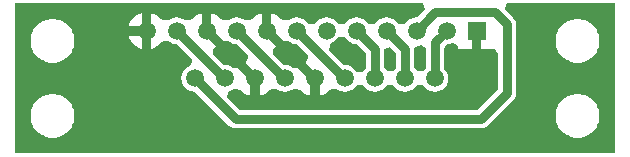
<source format=gbl>
G04*
G04 #@! TF.GenerationSoftware,Altium Limited,Altium Designer,18.1.9 (240)*
G04*
G04 Layer_Physical_Order=2*
G04 Layer_Color=16711680*
%FSLAX25Y25*%
%MOIN*%
G70*
G01*
G75*
%ADD10C,0.03000*%
%ADD11C,0.05900*%
%ADD12C,0.05906*%
%ADD13R,0.05906X0.05906*%
G36*
X200025Y25D02*
X25D01*
Y50025D01*
X135917D01*
X136746Y48025D01*
X134060Y45339D01*
X133872Y45364D01*
X132710Y45210D01*
X131627Y44762D01*
X130696Y44048D01*
X129983Y43118D01*
X129955Y43050D01*
X127790D01*
X127762Y43118D01*
X127048Y44048D01*
X126118Y44762D01*
X125035Y45210D01*
X123872Y45364D01*
X122710Y45210D01*
X121627Y44762D01*
X120696Y44048D01*
X119983Y43118D01*
X119955Y43050D01*
X117790D01*
X117762Y43118D01*
X117048Y44048D01*
X116118Y44762D01*
X115035Y45210D01*
X113872Y45364D01*
X112710Y45210D01*
X111627Y44762D01*
X110696Y44048D01*
X109983Y43118D01*
X109955Y43050D01*
X107790D01*
X107762Y43118D01*
X107048Y44048D01*
X106118Y44762D01*
X105035Y45210D01*
X103872Y45364D01*
X102710Y45210D01*
X101627Y44762D01*
X100697Y44048D01*
X99983Y43118D01*
X99955Y43050D01*
X97790D01*
X97762Y43118D01*
X97048Y44048D01*
X96118Y44762D01*
X95035Y45210D01*
X93872Y45364D01*
X92710Y45210D01*
X91627Y44762D01*
X91209Y44441D01*
X89767Y44353D01*
X88683Y44709D01*
X88244Y45244D01*
X87307Y46013D01*
X86238Y46584D01*
X85472Y46817D01*
Y40872D01*
X82272D01*
Y46817D01*
X81506Y46584D01*
X80437Y46013D01*
X79501Y45244D01*
X79062Y44709D01*
X77977Y44353D01*
X76536Y44441D01*
X76118Y44762D01*
X75035Y45210D01*
X73872Y45364D01*
X72710Y45210D01*
X71627Y44762D01*
X71209Y44441D01*
X69767Y44353D01*
X68683Y44709D01*
X68244Y45244D01*
X67307Y46013D01*
X66238Y46584D01*
X65472Y46817D01*
Y40872D01*
X62272D01*
Y46817D01*
X61506Y46584D01*
X60438Y46013D01*
X59501Y45244D01*
X59062Y44709D01*
X57977Y44353D01*
X56536Y44441D01*
X56118Y44762D01*
X55035Y45210D01*
X53872Y45364D01*
X52710Y45210D01*
X51627Y44762D01*
X51209Y44441D01*
X49767Y44353D01*
X48683Y44709D01*
X48244Y45244D01*
X47307Y46013D01*
X46238Y46584D01*
X45472Y46817D01*
Y40872D01*
X43872D01*
D01*
X45472D01*
Y34928D01*
X46238Y35160D01*
X47307Y35732D01*
X48244Y36501D01*
X48683Y37035D01*
X49767Y37391D01*
X51209Y37303D01*
X51627Y36983D01*
X52710Y36534D01*
X53872Y36381D01*
X54059Y36406D01*
X59059Y31407D01*
X58958Y30470D01*
X58441Y29196D01*
X57756Y28912D01*
X56826Y28199D01*
X56113Y27269D01*
X55664Y26187D01*
X55512Y25025D01*
X55664Y23863D01*
X56113Y22781D01*
X56826Y21851D01*
X57756Y21138D01*
X58838Y20689D01*
X60000Y20537D01*
X60185Y20561D01*
X71492Y9254D01*
X71492Y9254D01*
X72119Y8773D01*
X72848Y8471D01*
X73632Y8368D01*
X155394D01*
X156177Y8471D01*
X156906Y8773D01*
X157533Y9254D01*
X166140Y17860D01*
X166621Y18487D01*
X166923Y19217D01*
X167026Y20000D01*
Y43000D01*
X166923Y43783D01*
X166621Y44513D01*
X166140Y45140D01*
X166140Y45140D01*
X163254Y48025D01*
X164083Y50025D01*
X200025D01*
Y25D01*
D02*
G37*
G36*
X155472Y34719D02*
X160025D01*
X160974Y33113D01*
Y21253D01*
X154140Y14419D01*
X74885D01*
X70716Y18589D01*
X71008Y19949D01*
X71378Y20754D01*
X72244Y21113D01*
X72664Y21435D01*
X74106Y21521D01*
X75189Y21168D01*
X75630Y20630D01*
X76567Y19862D01*
X77635Y19291D01*
X78400Y19059D01*
Y25000D01*
X81600D01*
Y19059D01*
X82365Y19291D01*
X83433Y19862D01*
X84370Y20630D01*
X84811Y21168D01*
X85894Y21521D01*
X87336Y21435D01*
X87756Y21113D01*
X88838Y20664D01*
X90000Y20512D01*
X91162Y20664D01*
X92244Y21113D01*
X92664Y21435D01*
X94106Y21521D01*
X95189Y21168D01*
X95630Y20630D01*
X96567Y19862D01*
X97635Y19291D01*
X98400Y19059D01*
Y25000D01*
X101600D01*
Y19059D01*
X102365Y19291D01*
X103433Y19862D01*
X104370Y20630D01*
X104811Y21168D01*
X105894Y21521D01*
X107336Y21435D01*
X107756Y21113D01*
X108838Y20664D01*
X110000Y20512D01*
X111162Y20664D01*
X112244Y21113D01*
X113174Y21826D01*
X113887Y22756D01*
X113918Y22829D01*
X116082D01*
X116113Y22756D01*
X116826Y21826D01*
X117756Y21113D01*
X118838Y20664D01*
X120000Y20512D01*
X121162Y20664D01*
X122244Y21113D01*
X123174Y21826D01*
X123887Y22756D01*
X123918Y22829D01*
X126082D01*
X126113Y22756D01*
X126826Y21826D01*
X127756Y21113D01*
X128838Y20664D01*
X130000Y20512D01*
X131162Y20664D01*
X132244Y21113D01*
X133174Y21826D01*
X133887Y22756D01*
X133918Y22829D01*
X136082D01*
X136113Y22756D01*
X136826Y21826D01*
X137756Y21113D01*
X138838Y20664D01*
X140000Y20512D01*
X141162Y20664D01*
X142244Y21113D01*
X143174Y21826D01*
X143887Y22756D01*
X144335Y23838D01*
X144488Y25000D01*
X144335Y26162D01*
X143887Y27244D01*
X143174Y28174D01*
X143026Y28287D01*
Y34653D01*
X143872Y36381D01*
X145035Y36534D01*
X145720Y36818D01*
X146988Y36281D01*
X147720Y35691D01*
Y34719D01*
X152272D01*
Y40872D01*
X155472D01*
Y34719D01*
D02*
G37*
G36*
X91209Y37303D02*
X91627Y36983D01*
X92710Y36534D01*
X93872Y36381D01*
X94059Y36406D01*
X97659Y32807D01*
X97649Y31901D01*
X97174Y30463D01*
X96567Y30138D01*
X95630Y29370D01*
X95189Y28833D01*
X94106Y28479D01*
X92664Y28565D01*
X92244Y28887D01*
X91162Y29335D01*
X90000Y29488D01*
X89590Y29434D01*
X86020Y33004D01*
X86150Y34286D01*
X86534Y35318D01*
X87307Y35732D01*
X88244Y36501D01*
X88683Y37035D01*
X89767Y37391D01*
X91209Y37303D01*
D02*
G37*
G36*
X71209D02*
X71627Y36983D01*
X72710Y36534D01*
X73872Y36381D01*
X74059Y36406D01*
X77659Y32807D01*
X77649Y31901D01*
X77174Y30463D01*
X76567Y30138D01*
X75630Y29370D01*
X75189Y28833D01*
X74106Y28479D01*
X72664Y28565D01*
X72244Y28887D01*
X71162Y29335D01*
X70000Y29488D01*
X69590Y29434D01*
X66020Y33004D01*
X66150Y34286D01*
X66534Y35318D01*
X67307Y35732D01*
X68244Y36501D01*
X68683Y37035D01*
X69767Y37391D01*
X71209Y37303D01*
D02*
G37*
G36*
X136974Y35006D02*
Y28287D01*
X136826Y28174D01*
X136380Y27592D01*
X134407Y27494D01*
X134235Y27519D01*
X133026Y28801D01*
Y34475D01*
X133491Y35524D01*
X135353Y36141D01*
X136974Y35006D01*
D02*
G37*
G36*
X126974Y33491D02*
Y28287D01*
X126826Y28174D01*
X126380Y27592D01*
X124407Y27494D01*
X124235Y27519D01*
X123026Y28801D01*
Y34475D01*
X123125Y34697D01*
X123312Y34861D01*
X124940Y35525D01*
X126974Y33491D01*
D02*
G37*
G36*
X109983Y38627D02*
X110696Y37696D01*
X111627Y36983D01*
X112710Y36534D01*
X113872Y36381D01*
X114059Y36406D01*
X116974Y33491D01*
Y28287D01*
X116826Y28174D01*
X116113Y27244D01*
X116082Y27171D01*
X113918D01*
X113887Y27244D01*
X113174Y28174D01*
X112244Y28887D01*
X111162Y29335D01*
X110000Y29488D01*
X109590Y29434D01*
X104568Y34455D01*
X104884Y35862D01*
X105235Y36617D01*
X106118Y36983D01*
X107048Y37696D01*
X107762Y38627D01*
X107790Y38695D01*
X109955D01*
X109983Y38627D01*
D02*
G37*
%LPC*%
G36*
X42272Y46817D02*
X41506Y46584D01*
X40437Y46013D01*
X39501Y45244D01*
X38732Y44307D01*
X38160Y43238D01*
X37928Y42472D01*
X42272D01*
Y46817D01*
D02*
G37*
G36*
Y39272D02*
X37928D01*
X38160Y38506D01*
X38732Y37437D01*
X39501Y36501D01*
X40437Y35732D01*
X41506Y35160D01*
X42272Y34928D01*
Y39272D01*
D02*
G37*
G36*
X188096Y44854D02*
X186954D01*
X186806Y44825D01*
X186655D01*
X185535Y44602D01*
X185396Y44545D01*
X185248Y44515D01*
X184192Y44078D01*
X184067Y43994D01*
X183928Y43936D01*
X182978Y43302D01*
X182871Y43195D01*
X182746Y43112D01*
X181938Y42304D01*
X181855Y42178D01*
X181748Y42072D01*
X181114Y41122D01*
X181056Y40983D01*
X180972Y40858D01*
X180535Y39802D01*
X180506Y39654D01*
X180448Y39515D01*
X180225Y38395D01*
Y38244D01*
X180196Y38096D01*
Y36954D01*
X180225Y36806D01*
Y36655D01*
X180448Y35535D01*
X180506Y35396D01*
X180535Y35248D01*
X180972Y34192D01*
X181056Y34067D01*
X181114Y33928D01*
X181748Y32978D01*
X181855Y32871D01*
X181938Y32746D01*
X182746Y31938D01*
X182871Y31855D01*
X182978Y31748D01*
X183928Y31113D01*
X184067Y31056D01*
X184192Y30972D01*
X185248Y30535D01*
X185396Y30505D01*
X185535Y30448D01*
X186655Y30225D01*
X186806D01*
X186954Y30196D01*
X188096D01*
X188244Y30225D01*
X188395D01*
X189515Y30448D01*
X189654Y30505D01*
X189802Y30535D01*
X190858Y30972D01*
X190983Y31056D01*
X191122Y31113D01*
X192072Y31748D01*
X192178Y31855D01*
X192304Y31938D01*
X193112Y32746D01*
X193195Y32871D01*
X193302Y32978D01*
X193937Y33928D01*
X193994Y34067D01*
X194078Y34192D01*
X194515Y35248D01*
X194544Y35396D01*
X194602Y35535D01*
X194825Y36655D01*
Y36806D01*
X194854Y36954D01*
Y38096D01*
X194825Y38244D01*
Y38395D01*
X194602Y39515D01*
X194544Y39654D01*
X194515Y39802D01*
X194078Y40858D01*
X193994Y40983D01*
X193937Y41122D01*
X193302Y42072D01*
X193195Y42178D01*
X193112Y42304D01*
X192304Y43112D01*
X192178Y43195D01*
X192072Y43302D01*
X191122Y43936D01*
X190983Y43994D01*
X190858Y44078D01*
X189802Y44515D01*
X189654Y44545D01*
X189515Y44602D01*
X188395Y44825D01*
X188244D01*
X188096Y44854D01*
D02*
G37*
G36*
X13096D02*
X11954D01*
X11806Y44825D01*
X11655D01*
X10535Y44602D01*
X10396Y44545D01*
X10248Y44515D01*
X9192Y44078D01*
X9067Y43994D01*
X8928Y43936D01*
X7978Y43302D01*
X7871Y43195D01*
X7746Y43112D01*
X6938Y42304D01*
X6855Y42178D01*
X6748Y42072D01*
X6114Y41122D01*
X6056Y40983D01*
X5972Y40858D01*
X5535Y39802D01*
X5505Y39654D01*
X5448Y39515D01*
X5225Y38395D01*
Y38244D01*
X5196Y38096D01*
Y36954D01*
X5225Y36806D01*
Y36655D01*
X5448Y35535D01*
X5505Y35396D01*
X5535Y35248D01*
X5972Y34192D01*
X6056Y34067D01*
X6114Y33928D01*
X6748Y32978D01*
X6855Y32871D01*
X6938Y32746D01*
X7746Y31938D01*
X7871Y31855D01*
X7978Y31748D01*
X8928Y31113D01*
X9067Y31056D01*
X9192Y30972D01*
X10248Y30535D01*
X10396Y30505D01*
X10535Y30448D01*
X11655Y30225D01*
X11806D01*
X11954Y30196D01*
X13096D01*
X13244Y30225D01*
X13395D01*
X14515Y30448D01*
X14654Y30505D01*
X14802Y30535D01*
X15858Y30972D01*
X15983Y31056D01*
X16122Y31113D01*
X17072Y31748D01*
X17178Y31855D01*
X17304Y31938D01*
X18112Y32746D01*
X18195Y32871D01*
X18302Y32978D01*
X18936Y33928D01*
X18994Y34067D01*
X19078Y34192D01*
X19515Y35248D01*
X19545Y35396D01*
X19602Y35535D01*
X19825Y36655D01*
Y36806D01*
X19854Y36954D01*
Y38096D01*
X19825Y38244D01*
Y38395D01*
X19602Y39515D01*
X19545Y39654D01*
X19515Y39802D01*
X19078Y40858D01*
X18994Y40983D01*
X18936Y41122D01*
X18302Y42072D01*
X18195Y42178D01*
X18112Y42304D01*
X17304Y43112D01*
X17178Y43195D01*
X17072Y43302D01*
X16122Y43936D01*
X15983Y43994D01*
X15858Y44078D01*
X14802Y44515D01*
X14654Y44545D01*
X14515Y44602D01*
X13395Y44825D01*
X13244D01*
X13096Y44854D01*
D02*
G37*
G36*
X188096Y19854D02*
X186954D01*
X186806Y19825D01*
X186655D01*
X185535Y19602D01*
X185396Y19545D01*
X185248Y19515D01*
X184192Y19078D01*
X184067Y18994D01*
X183928Y18936D01*
X182978Y18302D01*
X182871Y18195D01*
X182746Y18112D01*
X181938Y17304D01*
X181855Y17178D01*
X181748Y17072D01*
X181114Y16122D01*
X181056Y15983D01*
X180972Y15858D01*
X180535Y14802D01*
X180506Y14654D01*
X180448Y14515D01*
X180225Y13395D01*
Y13244D01*
X180196Y13096D01*
Y11954D01*
X180225Y11806D01*
Y11655D01*
X180448Y10535D01*
X180506Y10396D01*
X180535Y10248D01*
X180972Y9192D01*
X181056Y9067D01*
X181114Y8928D01*
X181748Y7978D01*
X181855Y7871D01*
X181938Y7746D01*
X182746Y6938D01*
X182871Y6855D01*
X182978Y6748D01*
X183928Y6114D01*
X184067Y6056D01*
X184192Y5972D01*
X185248Y5535D01*
X185396Y5505D01*
X185535Y5448D01*
X186655Y5225D01*
X186806D01*
X186954Y5196D01*
X188096D01*
X188244Y5225D01*
X188395D01*
X189515Y5448D01*
X189654Y5505D01*
X189802Y5535D01*
X190858Y5972D01*
X190983Y6056D01*
X191122Y6114D01*
X192072Y6748D01*
X192178Y6855D01*
X192304Y6938D01*
X193112Y7746D01*
X193195Y7871D01*
X193302Y7978D01*
X193937Y8928D01*
X193994Y9067D01*
X194078Y9192D01*
X194515Y10248D01*
X194544Y10396D01*
X194602Y10535D01*
X194825Y11655D01*
Y11806D01*
X194854Y11954D01*
Y13096D01*
X194825Y13244D01*
Y13395D01*
X194602Y14515D01*
X194544Y14654D01*
X194515Y14802D01*
X194078Y15858D01*
X193994Y15983D01*
X193937Y16122D01*
X193302Y17072D01*
X193195Y17178D01*
X193112Y17304D01*
X192304Y18112D01*
X192178Y18195D01*
X192072Y18302D01*
X191122Y18936D01*
X190983Y18994D01*
X190858Y19078D01*
X189802Y19515D01*
X189654Y19545D01*
X189515Y19602D01*
X188395Y19825D01*
X188244D01*
X188096Y19854D01*
D02*
G37*
G36*
X13096D02*
X11954D01*
X11806Y19825D01*
X11655D01*
X10535Y19602D01*
X10396Y19545D01*
X10248Y19515D01*
X9192Y19078D01*
X9067Y18994D01*
X8928Y18936D01*
X7978Y18302D01*
X7871Y18195D01*
X7746Y18112D01*
X6938Y17304D01*
X6855Y17178D01*
X6748Y17072D01*
X6114Y16122D01*
X6056Y15983D01*
X5972Y15858D01*
X5535Y14802D01*
X5505Y14654D01*
X5448Y14515D01*
X5225Y13395D01*
Y13244D01*
X5196Y13096D01*
Y11954D01*
X5225Y11806D01*
Y11655D01*
X5448Y10535D01*
X5505Y10396D01*
X5535Y10248D01*
X5972Y9192D01*
X6056Y9067D01*
X6114Y8928D01*
X6748Y7978D01*
X6855Y7871D01*
X6938Y7746D01*
X7746Y6938D01*
X7871Y6855D01*
X7978Y6748D01*
X8928Y6114D01*
X9067Y6056D01*
X9192Y5972D01*
X10248Y5535D01*
X10396Y5505D01*
X10535Y5448D01*
X11655Y5225D01*
X11806D01*
X11954Y5196D01*
X13096D01*
X13244Y5225D01*
X13395D01*
X14515Y5448D01*
X14654Y5505D01*
X14802Y5535D01*
X15858Y5972D01*
X15983Y6056D01*
X16122Y6114D01*
X17072Y6748D01*
X17178Y6855D01*
X17304Y6938D01*
X18112Y7746D01*
X18195Y7871D01*
X18302Y7978D01*
X18936Y8928D01*
X18994Y9067D01*
X19078Y9192D01*
X19515Y10248D01*
X19545Y10396D01*
X19602Y10535D01*
X19825Y11655D01*
Y11806D01*
X19854Y11954D01*
Y13096D01*
X19825Y13244D01*
Y13395D01*
X19602Y14515D01*
X19545Y14654D01*
X19515Y14802D01*
X19078Y15858D01*
X18994Y15983D01*
X18936Y16122D01*
X18302Y17072D01*
X18195Y17178D01*
X18112Y17304D01*
X17304Y18112D01*
X17178Y18195D01*
X17072Y18302D01*
X16122Y18936D01*
X15983Y18994D01*
X15858Y19078D01*
X14802Y19515D01*
X14654Y19545D01*
X14515Y19602D01*
X13395Y19825D01*
X13244D01*
X13096Y19854D01*
D02*
G37*
%LPD*%
D10*
X83872Y40872D02*
X99745Y25000D01*
X100000D01*
X63872Y40872D02*
X79745Y25000D01*
X80000D01*
X155394Y11394D02*
X164000Y20000D01*
X73632Y11394D02*
X155394D01*
X60000Y25025D02*
X73632Y11394D01*
X164000Y20000D02*
Y43000D01*
X160000Y47000D02*
X164000Y43000D01*
X140000Y47000D02*
X160000D01*
X133872Y40872D02*
X140000Y47000D01*
Y37000D02*
X143872Y40872D01*
X140000Y25000D02*
Y37000D01*
X124000Y40745D02*
X130000Y34745D01*
Y25000D02*
Y34745D01*
X113872Y40872D02*
X120000Y34745D01*
X113736Y41008D02*
X113872Y40872D01*
X93872D02*
X109745Y25000D01*
X93736Y41008D02*
X93872Y40872D01*
X53872D02*
X69745Y25000D01*
X70000D01*
X73872Y40872D02*
X89745Y25000D01*
X90000D01*
X109745D02*
X110000D01*
X120000D02*
Y34745D01*
D11*
X70000Y25000D02*
D03*
X80000D02*
D03*
X90000D02*
D03*
X100000D02*
D03*
X140000D02*
D03*
X60000Y25025D02*
D03*
X130000Y25000D02*
D03*
X120000D02*
D03*
X110000D02*
D03*
D12*
X43872Y40872D02*
D03*
X53872D02*
D03*
X63872D02*
D03*
X73872D02*
D03*
X83872D02*
D03*
X93872D02*
D03*
X103872D02*
D03*
X113872D02*
D03*
X123872D02*
D03*
X133872D02*
D03*
X143872D02*
D03*
D13*
X153872D02*
D03*
M02*

</source>
